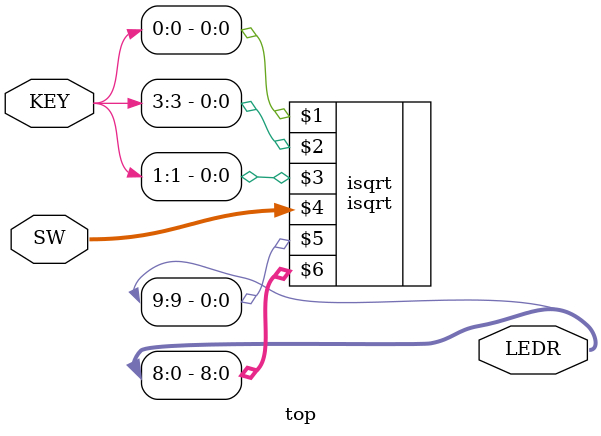
<source format=v>

module top (SW, KEY, LEDR);

	 input wire [9:0] SW;        // DE-series switches
    input wire [3:0] KEY;       // DE-series pushbuttons
   
	 output wire [9:0] LEDR;     // DE-series LEDs   

    isqrt isqrt (KEY[0], KEY[3], KEY[1], SW, LEDR[9], LEDR[8:0]);

endmodule


</source>
